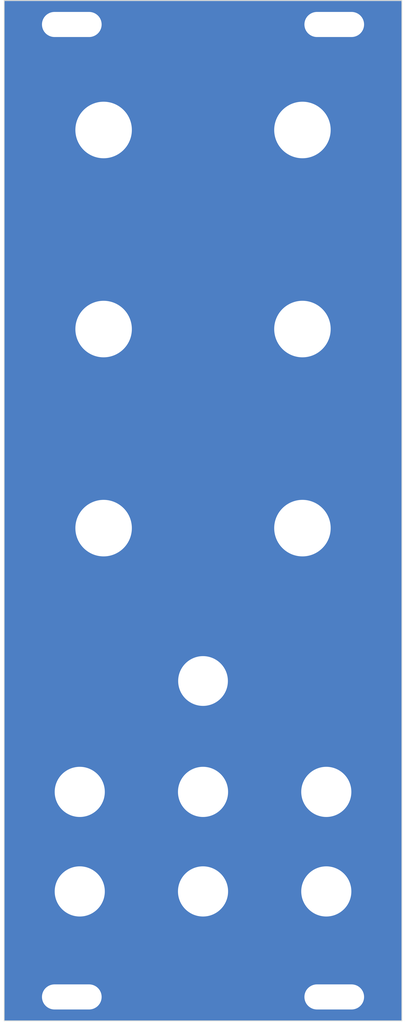
<source format=kicad_pcb>
(kicad_pcb (version 20240108) (generator "pcbnew") (generator_version "8.0")
  (title_block (comment 4 "AISLER Project ID: RYDYGNWG"))
  (layers (0 "F.Cu" signal) (31 "B.Cu" signal) (34 "B.Paste" user) (35 "F.Paste" user) (36 "B.SilkS" user "B.Silkscreen") (37 "F.SilkS" user "F.Silkscreen") (38 "B.Mask" user) (39 "F.Mask" user) (44 "Edge.Cuts" user))
  (net 0 "")
  (net 1 "GND")
  (footprint "synthesis:thonkiconn_panel" (layer "F.Cu") (at 98.552 164.338)
    (property "Reference" "REF**" (at 0 -0.5 0) (layer "F.SilkS") (effects (font (thickness 0.1))))
    (property "Value" "thonkiconn_panel" (hide yes))
    (pad "" thru_hole circle (at 0 0) (size 7.9248 7.9248) (drill 6.4008) (layers "*.Cu" "*.Mask") (net 1 "GND"))
  )
  (footprint "synthesis:PANEL_KNOB_SPECTRUM_SMALL" (layer "F.Cu") (at 101.6 67.183)
    (property "Reference" "REF**" (at 0 -0.5 0) (layer "F.SilkS") (effects (font (thickness 0.1))))
    (property "Value" "PANEL_KNOB_SPECTRUM_SMALL")
    (pad "1" thru_hole circle (at 0 0) (size 12.15 12.15) (drill 7.2136) (layers "*.Cu" "*.Mask") (net 1 "GND"))
  )
  (footprint "synthesis:thonkiconn_panel" (layer "F.Cu") (at 114.3 164.338)
    (property "Reference" "REF**" (at 0 -0.5 0) (layer "F.SilkS") (effects (font (thickness 0.1))))
    (property "Value" "thonkiconn_panel" (hide yes))
    (pad "" thru_hole circle (at 0 0) (size 7.9248 7.9248) (drill 6.4008) (layers "*.Cu" "*.Mask") (net 1 "GND"))
  )
  (footprint "synthesis:eurorack_mounting_hole" (layer "F.Cu") (at 131.064 53.721)
    (property "Reference" "REF**" (at 0 -0.5 0) (layer "F.SilkS") (effects (font (thickness 0.1))))
    (property "Value" "eurorack_mounting_hole")
    (pad "1" thru_hole oval (at 0 0) (size 10.16 5.7404) (drill oval 7.62 3.2004) (layers "*.Cu" "*.Mask") (net 1 "GND"))
  )
  (footprint "synthesis:eurorack_mounting_hole" (layer "F.Cu") (at 131.064 177.8)
    (property "Reference" "REF**" (at 0 -0.5 0) (layer "F.SilkS") (effects (font (thickness 0.1))))
    (property "Value" "eurorack_mounting_hole")
    (pad "1" thru_hole oval (at 0 0) (size 10.16 5.7404) (drill oval 7.62 3.2004) (layers "*.Cu" "*.Mask") (net 1 "GND"))
  )
  (footprint "synthesis:PANEL_KNOB_SPECTRUM_SMALL" (layer "F.Cu") (at 127 117.983)
    (property "Reference" "REF**" (at 0 -0.5 0) (layer "F.SilkS") (effects (font (thickness 0.1))))
    (property "Value" "PANEL_KNOB_SPECTRUM_SMALL")
    (pad "1" thru_hole circle (at 0 0) (size 12.15 12.15) (drill 7.2136) (layers "*.Cu" "*.Mask") (net 1 "GND"))
  )
  (footprint "synthesis:PANEL_KNOB_SPECTRUM_SMALL" (layer "F.Cu") (at 127 92.583)
    (property "Reference" "REF**" (at 0 -0.5 0) (layer "F.SilkS") (effects (font (thickness 0.1))))
    (property "Value" "PANEL_KNOB_SPECTRUM_SMALL")
    (pad "1" thru_hole circle (at 0 0) (size 12.15 12.15) (drill 7.2136) (layers "*.Cu" "*.Mask") (net 1 "GND"))
  )
  (footprint "synthesis:PANEL_MINI_TOGGLE_DWB1" (layer "F.Cu") (at 114.3 137.4902)
    (property "Reference" "REF**" (at 0 -0.5 0) (layer "F.SilkS") (effects (font (thickness 0.1))))
    (property "Value" "PANEL_MINI_TOGGLE_DWB1")
    (pad "1" thru_hole circle (at 0 0) (size 10.16 10.16) (drill 6.35) (layers "*.Cu" "*.Mask") (net 1 "GND"))
  )
  (footprint "synthesis:thonkiconn_panel" (layer "F.Cu") (at 130.048 151.638)
    (property "Reference" "REF**" (at 0 -0.5 0) (layer "F.SilkS") (effects (font (thickness 0.1))))
    (property "Value" "thonkiconn_panel" (hide yes))
    (pad "" thru_hole circle (at 0 0) (size 7.9248 7.9248) (drill 6.4008) (layers "*.Cu" "*.Mask") (net 1 "GND"))
  )
  (footprint "synthesis:PANEL_KNOB_SPECTRUM_SMALL" (layer "F.Cu") (at 101.6 92.583)
    (property "Reference" "REF**" (at 0 -0.5 0) (layer "F.SilkS") (effects (font (thickness 0.1))))
    (property "Value" "PANEL_KNOB_SPECTRUM_SMALL")
    (pad "1" thru_hole circle (at 0 0) (size 12.15 12.15) (drill 7.2136) (layers "*.Cu" "*.Mask") (net 1 "GND"))
  )
  (footprint "synthesis:thonkiconn_panel" (layer "F.Cu") (at 130.048 164.338)
    (property "Reference" "REF**" (at 0 -0.5 0) (layer "F.SilkS") (effects (font (thickness 0.1))))
    (property "Value" "thonkiconn_panel" (hide yes))
    (pad "" thru_hole circle (at 0 0) (size 7.9248 7.9248) (drill 6.4008) (layers "*.Cu" "*.Mask") (net 1 "GND"))
  )
  (footprint "synthesis:eurorack_mounting_hole" (layer "F.Cu") (at 97.536 177.8)
    (property "Reference" "REF**" (at 0 -0.5 0) (layer "F.SilkS") (effects (font (thickness 0.1))))
    (property "Value" "eurorack_mounting_hole")
    (pad "1" thru_hole oval (at 0 0) (size 10.16 5.7404) (drill oval 7.62 3.2004) (layers "*.Cu" "*.Mask") (net 1 "GND"))
  )
  (footprint "synthesis:PANEL_KNOB_SPECTRUM_SMALL" (layer "F.Cu") (at 127 67.183)
    (property "Reference" "REF**" (at 0 -0.5 0) (layer "F.SilkS") (effects (font (thickness 0.1))))
    (property "Value" "PANEL_KNOB_SPECTRUM_SMALL")
    (pad "1" thru_hole circle (at 0 0) (size 12.15 12.15) (drill 7.2136) (layers "*.Cu" "*.Mask") (net 1 "GND"))
  )
  (footprint "synthesis:thonkiconn_panel" (layer "F.Cu") (at 114.3 151.638)
    (property "Reference" "REF**" (at 0 -0.5 0) (layer "F.SilkS") (effects (font (thickness 0.1))))
    (property "Value" "thonkiconn_panel" (hide yes))
    (pad "" thru_hole circle (at 0 0) (size 7.9248 7.9248) (drill 6.4008) (layers "*.Cu" "*.Mask") (net 1 "GND"))
  )
  (footprint "synthesis:thonkiconn_panel" (layer "F.Cu") (at 98.552 151.638)
    (property "Reference" "REF**" (at 0 -0.5 0) (layer "F.SilkS") (effects (font (thickness 0.1))))
    (property "Value" "thonkiconn_panel" (hide yes))
    (pad "" thru_hole circle (at 0 0) (size 7.9248 7.9248) (drill 6.4008) (layers "*.Cu" "*.Mask") (net 1 "GND"))
  )
  (footprint "synthesis:PANEL_KNOB_SPECTRUM_SMALL" (layer "F.Cu") (at 101.6 117.983)
    (property "Reference" "REF**" (at 0 -0.5 0) (layer "F.SilkS") (effects (font (thickness 0.1))))
    (property "Value" "PANEL_KNOB_SPECTRUM_SMALL")
    (pad "1" thru_hole circle (at 0 0) (size 12.15 12.15) (drill 7.2136) (layers "*.Cu" "*.Mask") (net 1 "GND"))
  )
  (footprint "synthesis:eurorack_mounting_hole" (layer "F.Cu") (at 97.536 53.721)
    (property "Reference" "REF**" (at 0 -0.5 0) (layer "F.SilkS") (effects (font (thickness 0.1))))
    (property "Value" "eurorack_mounting_hole")
    (pad "1" thru_hole oval (at 0 0) (size 10.16 5.7404) (drill oval 7.62 3.2004) (layers "*.Cu" "*.Mask") (net 1 "GND"))
  )
  (gr_rect (start 88.9 50.673) (end 139.7 180.848) (stroke (width 0.1)) (fill none) (layer "Edge.Cuts"))
  (zone (net 1) (net_name "GND") (layer "F.Cu") (connect_pads (clearance 0.5)) (min_thickness 0.25) (fill yes (thermal_gap 0.5) (thermal_bridge_width 0.5) (island_removal_mode 1) (island_area_min 9.999999))
    (polygon (pts (xy 88.9 50.673) (xy 139.7 50.673) (xy 139.7 180.848) (xy 88.9 180.848)))
  )
  (zone (net 1) (net_name "GND") (layer "B.Cu") (priority 1) (connect_pads (clearance 0.5)) (min_thickness 0.25) (fill yes (thermal_gap 0.5) (thermal_bridge_width 0.5) (island_removal_mode 1) (island_area_min 9.999999))
    (polygon (pts (xy 88.9 50.673) (xy 139.7 50.673) (xy 139.7 180.848) (xy 88.9 180.848)))
  )
)
</source>
